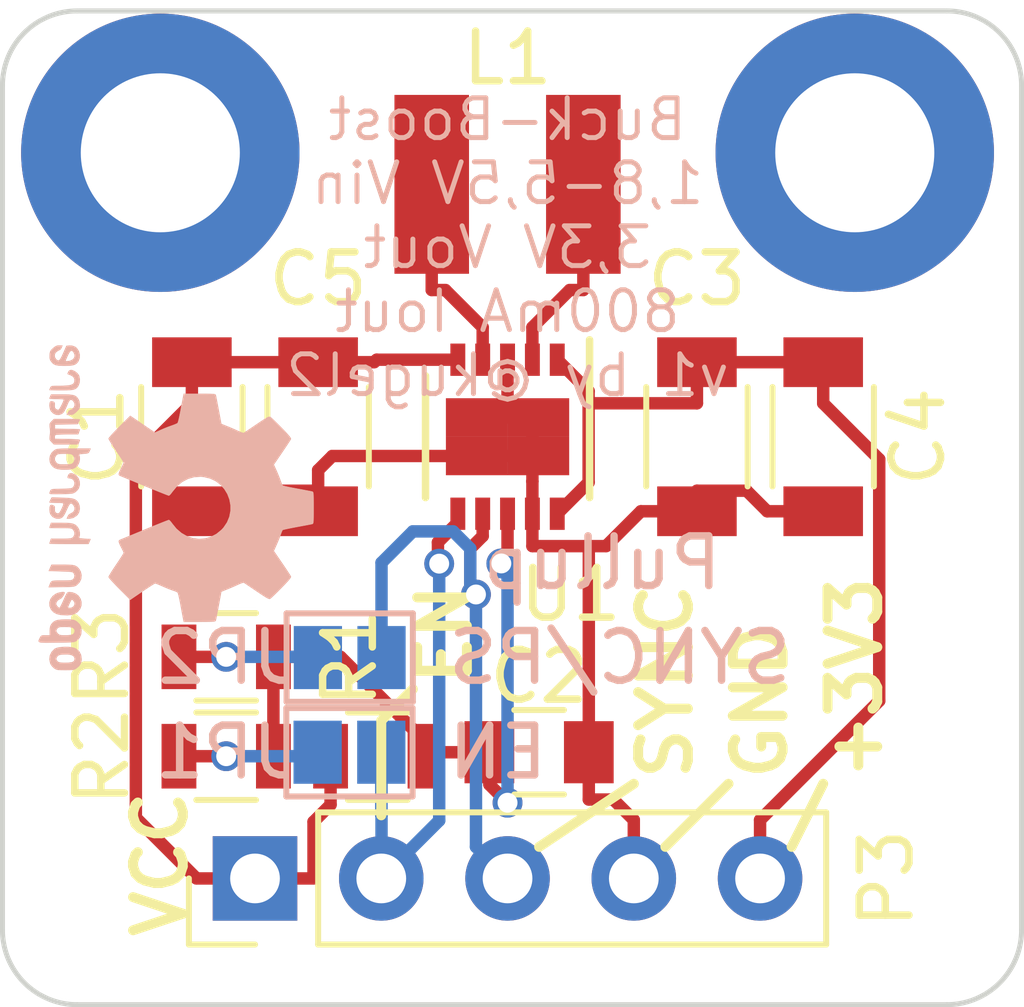
<source format=kicad_pcb>
(kicad_pcb (version 20171130) (host pcbnew "(5.1.12)-1")

  (general
    (thickness 1.6)
    (drawings 22)
    (tracks 119)
    (zones 0)
    (modules 16)
    (nets 13)
  )

  (page A4)
  (layers
    (0 F.Cu signal)
    (31 B.Cu signal)
    (32 B.Adhes user)
    (33 F.Adhes user hide)
    (34 B.Paste user)
    (35 F.Paste user)
    (36 B.SilkS user)
    (37 F.SilkS user)
    (38 B.Mask user)
    (39 F.Mask user)
    (40 Dwgs.User user)
    (41 Cmts.User user)
    (42 Eco1.User user)
    (43 Eco2.User user)
    (44 Edge.Cuts user)
    (45 Margin user)
    (46 B.CrtYd user)
    (47 F.CrtYd user)
    (48 B.Fab user hide)
    (49 F.Fab user hide)
  )

  (setup
    (last_trace_width 0.25)
    (trace_clearance 0.2)
    (zone_clearance 0.254)
    (zone_45_only yes)
    (trace_min 0.2)
    (via_size 0.6)
    (via_drill 0.4)
    (via_min_size 0.4)
    (via_min_drill 0.3)
    (uvia_size 0.3)
    (uvia_drill 0.1)
    (uvias_allowed no)
    (uvia_min_size 0.2)
    (uvia_min_drill 0.1)
    (edge_width 0.1)
    (segment_width 0.2)
    (pcb_text_width 0.3)
    (pcb_text_size 1.5 1.5)
    (mod_edge_width 0.15)
    (mod_text_size 1 1)
    (mod_text_width 0.15)
    (pad_size 1.5 1.5)
    (pad_drill 0.6)
    (pad_to_mask_clearance 0)
    (aux_axis_origin 116 99)
    (grid_origin 116 99)
    (visible_elements 7FFFFFFF)
    (pcbplotparams
      (layerselection 0x010f0_80000001)
      (usegerberextensions false)
      (usegerberattributes true)
      (usegerberadvancedattributes true)
      (creategerberjobfile true)
      (excludeedgelayer false)
      (linewidth 0.100000)
      (plotframeref false)
      (viasonmask true)
      (mode 1)
      (useauxorigin false)
      (hpglpennumber 1)
      (hpglpenspeed 20)
      (hpglpendiameter 15.000000)
      (psnegative false)
      (psa4output false)
      (plotreference true)
      (plotvalue true)
      (plotinvisibletext false)
      (padsonsilk false)
      (subtractmaskfromsilk false)
      (outputformat 1)
      (mirror false)
      (drillshape 0)
      (scaleselection 1)
      (outputdirectory "gerber/"))
  )

  (net 0 "")
  (net 1 VCC)
  (net 2 GND)
  (net 3 "Net-(C2-Pad1)")
  (net 4 +3V3)
  (net 5 /EN)
  (net 6 /PS/SYNC)
  (net 7 "Net-(L1-Pad1)")
  (net 8 "Net-(L1-Pad2)")
  (net 9 "Net-(P1-Pad1)")
  (net 10 "Net-(P2-Pad1)")
  (net 11 "Net-(JP1-Pad1)")
  (net 12 "Net-(JP2-Pad1)")

  (net_class Default "This is the default net class."
    (clearance 0.2)
    (trace_width 0.25)
    (via_dia 0.6)
    (via_drill 0.4)
    (uvia_dia 0.3)
    (uvia_drill 0.1)
    (add_net +3V3)
    (add_net /EN)
    (add_net /PS/SYNC)
    (add_net GND)
    (add_net "Net-(C2-Pad1)")
    (add_net "Net-(JP1-Pad1)")
    (add_net "Net-(JP2-Pad1)")
    (add_net "Net-(L1-Pad1)")
    (add_net "Net-(L1-Pad2)")
    (add_net "Net-(P1-Pad1)")
    (add_net "Net-(P2-Pad1)")
    (add_net VCC)
  )

  (module Capacitors_SMD:C_1206 (layer F.Cu) (tedit 58AA84B8) (tstamp 58DAB410)
    (at 119.81 87.57 270)
    (descr "Capacitor SMD 1206, reflow soldering, AVX (see smccp.pdf)")
    (tags "capacitor 1206")
    (path /58D9833A)
    (attr smd)
    (fp_text reference C1 (at 0 1.905 90) (layer F.SilkS)
      (effects (font (size 1 1) (thickness 0.15)))
    )
    (fp_text value 10µF (at 0 0 270) (layer F.Fab)
      (effects (font (size 1 1) (thickness 0.15)))
    )
    (fp_line (start 2.25 1.05) (end -2.25 1.05) (layer F.CrtYd) (width 0.05))
    (fp_line (start 2.25 1.05) (end 2.25 -1.05) (layer F.CrtYd) (width 0.05))
    (fp_line (start -2.25 -1.05) (end -2.25 1.05) (layer F.CrtYd) (width 0.05))
    (fp_line (start -2.25 -1.05) (end 2.25 -1.05) (layer F.CrtYd) (width 0.05))
    (fp_line (start -1 1.02) (end 1 1.02) (layer F.SilkS) (width 0.12))
    (fp_line (start 1 -1.02) (end -1 -1.02) (layer F.SilkS) (width 0.12))
    (fp_line (start -1.6 -0.8) (end 1.6 -0.8) (layer F.Fab) (width 0.1))
    (fp_line (start 1.6 -0.8) (end 1.6 0.8) (layer F.Fab) (width 0.1))
    (fp_line (start 1.6 0.8) (end -1.6 0.8) (layer F.Fab) (width 0.1))
    (fp_line (start -1.6 0.8) (end -1.6 -0.8) (layer F.Fab) (width 0.1))
    (fp_text user %R (at 0 -1.75 270) (layer F.Fab)
      (effects (font (size 1 1) (thickness 0.15)))
    )
    (pad 1 smd rect (at -1.5 0 270) (size 1 1.6) (layers F.Cu F.Paste F.Mask)
      (net 1 VCC))
    (pad 2 smd rect (at 1.5 0 270) (size 1 1.6) (layers F.Cu F.Paste F.Mask)
      (net 2 GND))
    (model Capacitors_SMD.3dshapes/C_1206.wrl
      (at (xyz 0 0 0))
      (scale (xyz 1 1 1))
      (rotate (xyz 0 0 0))
    )
  )

  (module Capacitors_SMD:C_0805 (layer F.Cu) (tedit 58AA8463) (tstamp 58DAB421)
    (at 126.795 93.92)
    (descr "Capacitor SMD 0805, reflow soldering, AVX (see smccp.pdf)")
    (tags "capacitor 0805")
    (path /58D9846E)
    (attr smd)
    (fp_text reference C2 (at 0 -1.524 180) (layer F.SilkS)
      (effects (font (size 1 1) (thickness 0.15)))
    )
    (fp_text value 100nF (at 0 1.75) (layer F.Fab)
      (effects (font (size 1 1) (thickness 0.15)))
    )
    (fp_line (start 1.75 0.87) (end -1.75 0.87) (layer F.CrtYd) (width 0.05))
    (fp_line (start 1.75 0.87) (end 1.75 -0.88) (layer F.CrtYd) (width 0.05))
    (fp_line (start -1.75 -0.88) (end -1.75 0.87) (layer F.CrtYd) (width 0.05))
    (fp_line (start -1.75 -0.88) (end 1.75 -0.88) (layer F.CrtYd) (width 0.05))
    (fp_line (start -0.5 0.85) (end 0.5 0.85) (layer F.SilkS) (width 0.12))
    (fp_line (start 0.5 -0.85) (end -0.5 -0.85) (layer F.SilkS) (width 0.12))
    (fp_line (start -1 -0.62) (end 1 -0.62) (layer F.Fab) (width 0.1))
    (fp_line (start 1 -0.62) (end 1 0.62) (layer F.Fab) (width 0.1))
    (fp_line (start 1 0.62) (end -1 0.62) (layer F.Fab) (width 0.1))
    (fp_line (start -1 0.62) (end -1 -0.62) (layer F.Fab) (width 0.1))
    (fp_text user %R (at 0 -1.5) (layer F.Fab)
      (effects (font (size 1 1) (thickness 0.15)))
    )
    (pad 1 smd rect (at -1 0) (size 1 1.25) (layers F.Cu F.Paste F.Mask)
      (net 3 "Net-(C2-Pad1)"))
    (pad 2 smd rect (at 1 0) (size 1 1.25) (layers F.Cu F.Paste F.Mask)
      (net 2 GND))
    (model Capacitors_SMD.3dshapes/C_0805.wrl
      (at (xyz 0 0 0))
      (scale (xyz 1 1 1))
      (rotate (xyz 0 0 0))
    )
  )

  (module Capacitors_SMD:C_1206 (layer F.Cu) (tedit 58AA84B8) (tstamp 58DAB432)
    (at 129.97 87.57 270)
    (descr "Capacitor SMD 1206, reflow soldering, AVX (see smccp.pdf)")
    (tags "capacitor 1206")
    (path /58D98371)
    (attr smd)
    (fp_text reference C3 (at -3.175 0) (layer F.SilkS)
      (effects (font (size 1 1) (thickness 0.15)))
    )
    (fp_text value 10µF (at 0 2 270) (layer F.Fab)
      (effects (font (size 1 1) (thickness 0.15)))
    )
    (fp_line (start 2.25 1.05) (end -2.25 1.05) (layer F.CrtYd) (width 0.05))
    (fp_line (start 2.25 1.05) (end 2.25 -1.05) (layer F.CrtYd) (width 0.05))
    (fp_line (start -2.25 -1.05) (end -2.25 1.05) (layer F.CrtYd) (width 0.05))
    (fp_line (start -2.25 -1.05) (end 2.25 -1.05) (layer F.CrtYd) (width 0.05))
    (fp_line (start -1 1.02) (end 1 1.02) (layer F.SilkS) (width 0.12))
    (fp_line (start 1 -1.02) (end -1 -1.02) (layer F.SilkS) (width 0.12))
    (fp_line (start -1.6 -0.8) (end 1.6 -0.8) (layer F.Fab) (width 0.1))
    (fp_line (start 1.6 -0.8) (end 1.6 0.8) (layer F.Fab) (width 0.1))
    (fp_line (start 1.6 0.8) (end -1.6 0.8) (layer F.Fab) (width 0.1))
    (fp_line (start -1.6 0.8) (end -1.6 -0.8) (layer F.Fab) (width 0.1))
    (fp_text user %R (at 0 -1.75 270) (layer F.Fab)
      (effects (font (size 1 1) (thickness 0.15)))
    )
    (pad 1 smd rect (at -1.5 0 270) (size 1 1.6) (layers F.Cu F.Paste F.Mask)
      (net 4 +3V3))
    (pad 2 smd rect (at 1.5 0 270) (size 1 1.6) (layers F.Cu F.Paste F.Mask)
      (net 2 GND))
    (model Capacitors_SMD.3dshapes/C_1206.wrl
      (at (xyz 0 0 0))
      (scale (xyz 1 1 1))
      (rotate (xyz 0 0 0))
    )
  )

  (module Capacitors_SMD:C_1206 (layer F.Cu) (tedit 58AA84B8) (tstamp 58DAB443)
    (at 132.51 87.57 270)
    (descr "Capacitor SMD 1206, reflow soldering, AVX (see smccp.pdf)")
    (tags "capacitor 1206")
    (path /58D9839C)
    (attr smd)
    (fp_text reference C4 (at 0 -1.905 90) (layer F.SilkS)
      (effects (font (size 1 1) (thickness 0.15)))
    )
    (fp_text value 10µF (at 0 2 270) (layer F.Fab)
      (effects (font (size 1 1) (thickness 0.15)))
    )
    (fp_line (start 2.25 1.05) (end -2.25 1.05) (layer F.CrtYd) (width 0.05))
    (fp_line (start 2.25 1.05) (end 2.25 -1.05) (layer F.CrtYd) (width 0.05))
    (fp_line (start -2.25 -1.05) (end -2.25 1.05) (layer F.CrtYd) (width 0.05))
    (fp_line (start -2.25 -1.05) (end 2.25 -1.05) (layer F.CrtYd) (width 0.05))
    (fp_line (start -1 1.02) (end 1 1.02) (layer F.SilkS) (width 0.12))
    (fp_line (start 1 -1.02) (end -1 -1.02) (layer F.SilkS) (width 0.12))
    (fp_line (start -1.6 -0.8) (end 1.6 -0.8) (layer F.Fab) (width 0.1))
    (fp_line (start 1.6 -0.8) (end 1.6 0.8) (layer F.Fab) (width 0.1))
    (fp_line (start 1.6 0.8) (end -1.6 0.8) (layer F.Fab) (width 0.1))
    (fp_line (start -1.6 0.8) (end -1.6 -0.8) (layer F.Fab) (width 0.1))
    (fp_text user %R (at 0 -1.75 270) (layer F.Fab)
      (effects (font (size 1 1) (thickness 0.15)))
    )
    (pad 1 smd rect (at -1.5 0 270) (size 1 1.6) (layers F.Cu F.Paste F.Mask)
      (net 4 +3V3))
    (pad 2 smd rect (at 1.5 0 270) (size 1 1.6) (layers F.Cu F.Paste F.Mask)
      (net 2 GND))
    (model Capacitors_SMD.3dshapes/C_1206.wrl
      (at (xyz 0 0 0))
      (scale (xyz 1 1 1))
      (rotate (xyz 0 0 0))
    )
  )

  (module Capacitors_SMD:C_1206 (layer F.Cu) (tedit 58AA84B8) (tstamp 58DAB454)
    (at 122.35 87.57 270)
    (descr "Capacitor SMD 1206, reflow soldering, AVX (see smccp.pdf)")
    (tags "capacitor 1206")
    (path /58DAB2CE)
    (attr smd)
    (fp_text reference C5 (at -3.175 0) (layer F.SilkS)
      (effects (font (size 1 1) (thickness 0.15)))
    )
    (fp_text value 10µF (at 0 2 270) (layer F.Fab)
      (effects (font (size 1 1) (thickness 0.15)))
    )
    (fp_line (start 2.25 1.05) (end -2.25 1.05) (layer F.CrtYd) (width 0.05))
    (fp_line (start 2.25 1.05) (end 2.25 -1.05) (layer F.CrtYd) (width 0.05))
    (fp_line (start -2.25 -1.05) (end -2.25 1.05) (layer F.CrtYd) (width 0.05))
    (fp_line (start -2.25 -1.05) (end 2.25 -1.05) (layer F.CrtYd) (width 0.05))
    (fp_line (start -1 1.02) (end 1 1.02) (layer F.SilkS) (width 0.12))
    (fp_line (start 1 -1.02) (end -1 -1.02) (layer F.SilkS) (width 0.12))
    (fp_line (start -1.6 -0.8) (end 1.6 -0.8) (layer F.Fab) (width 0.1))
    (fp_line (start 1.6 -0.8) (end 1.6 0.8) (layer F.Fab) (width 0.1))
    (fp_line (start 1.6 0.8) (end -1.6 0.8) (layer F.Fab) (width 0.1))
    (fp_line (start -1.6 0.8) (end -1.6 -0.8) (layer F.Fab) (width 0.1))
    (fp_text user %R (at 0 -1.75 270) (layer F.Fab)
      (effects (font (size 1 1) (thickness 0.15)))
    )
    (pad 1 smd rect (at -1.5 0 270) (size 1 1.6) (layers F.Cu F.Paste F.Mask)
      (net 1 VCC))
    (pad 2 smd rect (at 1.5 0 270) (size 1 1.6) (layers F.Cu F.Paste F.Mask)
      (net 2 GND))
    (model Capacitors_SMD.3dshapes/C_1206.wrl
      (at (xyz 0 0 0))
      (scale (xyz 1 1 1))
      (rotate (xyz 0 0 0))
    )
  )

  (module Mounting_Holes:MountingHole_3.2mm_M3_DIN965_Pad (layer F.Cu) (tedit 58E95FCD) (tstamp 58DAB487)
    (at 133.145 81.855)
    (descr "Mounting Hole 3.2mm, M3, DIN965")
    (tags "mounting hole 3.2mm m3 din965")
    (path /58D9A7F7)
    (fp_text reference P1 (at 0 -3.8) (layer F.SilkS) hide
      (effects (font (size 1 1) (thickness 0.15)))
    )
    (fp_text value CONN_01X01 (at 0 3.8) (layer F.Fab)
      (effects (font (size 1 1) (thickness 0.15)))
    )
    (fp_circle (center 0 0) (end 3.05 0) (layer F.CrtYd) (width 0.05))
    (fp_circle (center 0 0) (end 2.8 0) (layer Cmts.User) (width 0.15))
    (pad 1 thru_hole circle (at 0 0) (size 5.6 5.6) (drill 3.2) (layers *.Cu *.Mask)
      (net 9 "Net-(P1-Pad1)"))
  )

  (module Mounting_Holes:MountingHole_3.2mm_M3_DIN965_Pad (layer F.Cu) (tedit 58E95FCA) (tstamp 58DAB48E)
    (at 119.175 81.855)
    (descr "Mounting Hole 3.2mm, M3, DIN965")
    (tags "mounting hole 3.2mm m3 din965")
    (path /58D9A846)
    (fp_text reference P2 (at 0 -3.8) (layer F.SilkS) hide
      (effects (font (size 1 1) (thickness 0.15)))
    )
    (fp_text value CONN_01X01 (at 0 3.8) (layer F.Fab)
      (effects (font (size 1 1) (thickness 0.15)))
    )
    (fp_circle (center 0 0) (end 3.05 0) (layer F.CrtYd) (width 0.05))
    (fp_circle (center 0 0) (end 2.8 0) (layer Cmts.User) (width 0.15))
    (pad 1 thru_hole circle (at 0 0) (size 5.6 5.6) (drill 3.2) (layers *.Cu *.Mask)
      (net 10 "Net-(P2-Pad1)"))
  )

  (module Pin_Headers:Pin_Header_Straight_1x05_Pitch2.54mm (layer F.Cu) (tedit 58CD4EC1) (tstamp 58DAB4A6)
    (at 121.08 96.46 90)
    (descr "Through hole straight pin header, 1x05, 2.54mm pitch, single row")
    (tags "Through hole pin header THT 1x05 2.54mm single row")
    (path /58D9A44F)
    (fp_text reference P3 (at 0 12.7 270) (layer F.SilkS)
      (effects (font (size 1 1) (thickness 0.15)))
    )
    (fp_text value CONN_01X05 (at 0 12.49 90) (layer F.Fab)
      (effects (font (size 1 1) (thickness 0.15)))
    )
    (fp_line (start 1.8 -1.8) (end -1.8 -1.8) (layer F.CrtYd) (width 0.05))
    (fp_line (start 1.8 11.95) (end 1.8 -1.8) (layer F.CrtYd) (width 0.05))
    (fp_line (start -1.8 11.95) (end 1.8 11.95) (layer F.CrtYd) (width 0.05))
    (fp_line (start -1.8 -1.8) (end -1.8 11.95) (layer F.CrtYd) (width 0.05))
    (fp_line (start -1.33 -1.33) (end 0 -1.33) (layer F.SilkS) (width 0.12))
    (fp_line (start -1.33 0) (end -1.33 -1.33) (layer F.SilkS) (width 0.12))
    (fp_line (start 1.33 1.27) (end -1.33 1.27) (layer F.SilkS) (width 0.12))
    (fp_line (start 1.33 11.49) (end 1.33 1.27) (layer F.SilkS) (width 0.12))
    (fp_line (start -1.33 11.49) (end 1.33 11.49) (layer F.SilkS) (width 0.12))
    (fp_line (start -1.33 1.27) (end -1.33 11.49) (layer F.SilkS) (width 0.12))
    (fp_line (start 1.27 -1.27) (end -1.27 -1.27) (layer F.Fab) (width 0.1))
    (fp_line (start 1.27 11.43) (end 1.27 -1.27) (layer F.Fab) (width 0.1))
    (fp_line (start -1.27 11.43) (end 1.27 11.43) (layer F.Fab) (width 0.1))
    (fp_line (start -1.27 -1.27) (end -1.27 11.43) (layer F.Fab) (width 0.1))
    (fp_text user %R (at 0 -2.33 90) (layer F.Fab)
      (effects (font (size 1 1) (thickness 0.15)))
    )
    (pad 1 thru_hole rect (at 0 0 90) (size 1.7 1.7) (drill 1) (layers *.Cu *.Mask)
      (net 1 VCC))
    (pad 2 thru_hole oval (at 0 2.54 90) (size 1.7 1.7) (drill 1) (layers *.Cu *.Mask)
      (net 5 /EN))
    (pad 3 thru_hole oval (at 0 5.08 90) (size 1.7 1.7) (drill 1) (layers *.Cu *.Mask)
      (net 6 /PS/SYNC))
    (pad 4 thru_hole oval (at 0 7.62 90) (size 1.7 1.7) (drill 1) (layers *.Cu *.Mask)
      (net 2 GND))
    (pad 5 thru_hole oval (at 0 10.16 90) (size 1.7 1.7) (drill 1) (layers *.Cu *.Mask)
      (net 4 +3V3))
    (model ${KISYS3DMOD}/Pin_Headers.3dshapes/Pin_Header_Straight_1x05_Pitch2.54mm.wrl
      (offset (xyz 0 -5.079999923706055 0))
      (scale (xyz 1 1 1))
      (rotate (xyz 0 0 90))
    )
  )

  (module Resistors_SMD:R_0805 (layer F.Cu) (tedit 58AADA8F) (tstamp 58DAB4B7)
    (at 123.55 94)
    (descr "Resistor SMD 0805, reflow soldering, Vishay (see dcrcw.pdf)")
    (tags "resistor 0805")
    (path /58D984A1)
    (attr smd)
    (fp_text reference R1 (at -0.565 -1.985 90) (layer F.SilkS)
      (effects (font (size 1 1) (thickness 0.15)))
    )
    (fp_text value 100R (at 0 1.75 180) (layer F.Fab)
      (effects (font (size 1 1) (thickness 0.15)))
    )
    (fp_line (start 1.55 0.9) (end -1.55 0.9) (layer F.CrtYd) (width 0.05))
    (fp_line (start 1.55 0.9) (end 1.55 -0.9) (layer F.CrtYd) (width 0.05))
    (fp_line (start -1.55 -0.9) (end -1.55 0.9) (layer F.CrtYd) (width 0.05))
    (fp_line (start -1.55 -0.9) (end 1.55 -0.9) (layer F.CrtYd) (width 0.05))
    (fp_line (start -0.6 -0.88) (end 0.6 -0.88) (layer F.SilkS) (width 0.12))
    (fp_line (start 0.6 0.88) (end -0.6 0.88) (layer F.SilkS) (width 0.12))
    (fp_line (start -1 -0.62) (end 1 -0.62) (layer F.Fab) (width 0.1))
    (fp_line (start 1 -0.62) (end 1 0.62) (layer F.Fab) (width 0.1))
    (fp_line (start 1 0.62) (end -1 0.62) (layer F.Fab) (width 0.1))
    (fp_line (start -1 0.62) (end -1 -0.62) (layer F.Fab) (width 0.1))
    (fp_text user %R (at 0 -1.65) (layer F.Fab)
      (effects (font (size 1 1) (thickness 0.15)))
    )
    (pad 1 smd rect (at -0.95 0) (size 0.7 1.3) (layers F.Cu F.Paste F.Mask)
      (net 1 VCC))
    (pad 2 smd rect (at 0.95 0) (size 0.7 1.3) (layers F.Cu F.Paste F.Mask)
      (net 3 "Net-(C2-Pad1)"))
    (model Resistors_SMD.3dshapes/R_0805.wrl
      (at (xyz 0 0 0))
      (scale (xyz 1 1 1))
      (rotate (xyz 0 0 0))
    )
  )

  (module Resistors_SMD:R_0805 (layer F.Cu) (tedit 58AADA8F) (tstamp 58DAB4C8)
    (at 120.5 94 180)
    (descr "Resistor SMD 0805, reflow soldering, Vishay (see dcrcw.pdf)")
    (tags "resistor 0805")
    (path /58DA41F9)
    (attr smd)
    (fp_text reference R2 (at 2.5 0 270) (layer F.SilkS)
      (effects (font (size 1 1) (thickness 0.15)))
    )
    (fp_text value 4K7 (at 0 1.75 180) (layer F.Fab)
      (effects (font (size 1 1) (thickness 0.15)))
    )
    (fp_line (start 1.55 0.9) (end -1.55 0.9) (layer F.CrtYd) (width 0.05))
    (fp_line (start 1.55 0.9) (end 1.55 -0.9) (layer F.CrtYd) (width 0.05))
    (fp_line (start -1.55 -0.9) (end -1.55 0.9) (layer F.CrtYd) (width 0.05))
    (fp_line (start -1.55 -0.9) (end 1.55 -0.9) (layer F.CrtYd) (width 0.05))
    (fp_line (start -0.6 -0.88) (end 0.6 -0.88) (layer F.SilkS) (width 0.12))
    (fp_line (start 0.6 0.88) (end -0.6 0.88) (layer F.SilkS) (width 0.12))
    (fp_line (start -1 -0.62) (end 1 -0.62) (layer F.Fab) (width 0.1))
    (fp_line (start 1 -0.62) (end 1 0.62) (layer F.Fab) (width 0.1))
    (fp_line (start 1 0.62) (end -1 0.62) (layer F.Fab) (width 0.1))
    (fp_line (start -1 0.62) (end -1 -0.62) (layer F.Fab) (width 0.1))
    (fp_text user %R (at 0 -1.65 180) (layer F.Fab)
      (effects (font (size 1 1) (thickness 0.15)))
    )
    (pad 1 smd rect (at -0.95 0 180) (size 0.7 1.3) (layers F.Cu F.Paste F.Mask)
      (net 3 "Net-(C2-Pad1)"))
    (pad 2 smd rect (at 0.95 0 180) (size 0.7 1.3) (layers F.Cu F.Paste F.Mask)
      (net 11 "Net-(JP1-Pad1)"))
    (model Resistors_SMD.3dshapes/R_0805.wrl
      (at (xyz 0 0 0))
      (scale (xyz 1 1 1))
      (rotate (xyz 0 0 0))
    )
  )

  (module Resistors_SMD:R_0805 (layer F.Cu) (tedit 58AADA8F) (tstamp 58DAB4D9)
    (at 120.5 92 180)
    (descr "Resistor SMD 0805, reflow soldering, Vishay (see dcrcw.pdf)")
    (tags "resistor 0805")
    (path /58DA4394)
    (attr smd)
    (fp_text reference R3 (at 2.5 0 270) (layer F.SilkS)
      (effects (font (size 1 1) (thickness 0.15)))
    )
    (fp_text value 4K7 (at 0 1.75 180) (layer F.Fab)
      (effects (font (size 1 1) (thickness 0.15)))
    )
    (fp_line (start 1.55 0.9) (end -1.55 0.9) (layer F.CrtYd) (width 0.05))
    (fp_line (start 1.55 0.9) (end 1.55 -0.9) (layer F.CrtYd) (width 0.05))
    (fp_line (start -1.55 -0.9) (end -1.55 0.9) (layer F.CrtYd) (width 0.05))
    (fp_line (start -1.55 -0.9) (end 1.55 -0.9) (layer F.CrtYd) (width 0.05))
    (fp_line (start -0.6 -0.88) (end 0.6 -0.88) (layer F.SilkS) (width 0.12))
    (fp_line (start 0.6 0.88) (end -0.6 0.88) (layer F.SilkS) (width 0.12))
    (fp_line (start -1 -0.62) (end 1 -0.62) (layer F.Fab) (width 0.1))
    (fp_line (start 1 -0.62) (end 1 0.62) (layer F.Fab) (width 0.1))
    (fp_line (start 1 0.62) (end -1 0.62) (layer F.Fab) (width 0.1))
    (fp_line (start -1 0.62) (end -1 -0.62) (layer F.Fab) (width 0.1))
    (fp_text user %R (at 0 -1.65 180) (layer F.Fab)
      (effects (font (size 1 1) (thickness 0.15)))
    )
    (pad 1 smd rect (at -0.95 0 180) (size 0.7 1.3) (layers F.Cu F.Paste F.Mask)
      (net 3 "Net-(C2-Pad1)"))
    (pad 2 smd rect (at 0.95 0 180) (size 0.7 1.3) (layers F.Cu F.Paste F.Mask)
      (net 12 "Net-(JP2-Pad1)"))
    (model Resistors_SMD.3dshapes/R_0805.wrl
      (at (xyz 0 0 0))
      (scale (xyz 1 1 1))
      (rotate (xyz 0 0 0))
    )
  )

  (module Housings_DFN_QFN:DFN-10-1EP_3x3mm_Pitch0.5mm (layer F.Cu) (tedit 54130A77) (tstamp 58DAB4F6)
    (at 126.16 87.57 270)
    (descr "10-Lead Plastic Dual Flat, No Lead Package (MF) - 3x3x0.9 mm Body [DFN] (see Microchip Packaging Specification 00000049BS.pdf)")
    (tags "DFN 0.5")
    (path /58D9827C)
    (attr smd)
    (fp_text reference U1 (at 3.175 -1.27) (layer F.SilkS)
      (effects (font (size 1 1) (thickness 0.15)))
    )
    (fp_text value TPS63001 (at 0 2.575 270) (layer F.Fab)
      (effects (font (size 1 1) (thickness 0.15)))
    )
    (fp_line (start -1.95 -1.65) (end 1.225 -1.65) (layer F.SilkS) (width 0.15))
    (fp_line (start -1.225 1.65) (end 1.225 1.65) (layer F.SilkS) (width 0.15))
    (fp_line (start -2.15 1.85) (end 2.15 1.85) (layer F.CrtYd) (width 0.05))
    (fp_line (start -2.15 -1.85) (end 2.15 -1.85) (layer F.CrtYd) (width 0.05))
    (fp_line (start 2.15 -1.85) (end 2.15 1.85) (layer F.CrtYd) (width 0.05))
    (fp_line (start -2.15 -1.85) (end -2.15 1.85) (layer F.CrtYd) (width 0.05))
    (fp_line (start -1.5 -0.5) (end -0.5 -1.5) (layer F.Fab) (width 0.15))
    (fp_line (start -1.5 1.5) (end -1.5 -0.5) (layer F.Fab) (width 0.15))
    (fp_line (start 1.5 1.5) (end -1.5 1.5) (layer F.Fab) (width 0.15))
    (fp_line (start 1.5 -1.5) (end 1.5 1.5) (layer F.Fab) (width 0.15))
    (fp_line (start -0.5 -1.5) (end 1.5 -1.5) (layer F.Fab) (width 0.15))
    (pad 1 smd rect (at -1.55 -1 270) (size 0.65 0.3) (layers F.Cu F.Paste F.Mask)
      (net 4 +3V3))
    (pad 2 smd rect (at -1.55 -0.5 270) (size 0.65 0.3) (layers F.Cu F.Paste F.Mask)
      (net 7 "Net-(L1-Pad1)"))
    (pad 3 smd rect (at -1.55 0 270) (size 0.65 0.3) (layers F.Cu F.Paste F.Mask)
      (net 2 GND))
    (pad 4 smd rect (at -1.55 0.5 270) (size 0.65 0.3) (layers F.Cu F.Paste F.Mask)
      (net 8 "Net-(L1-Pad2)"))
    (pad 5 smd rect (at -1.55 1 270) (size 0.65 0.3) (layers F.Cu F.Paste F.Mask)
      (net 1 VCC))
    (pad 6 smd rect (at 1.55 1 270) (size 0.65 0.3) (layers F.Cu F.Paste F.Mask)
      (net 5 /EN))
    (pad 7 smd rect (at 1.55 0.5 270) (size 0.65 0.3) (layers F.Cu F.Paste F.Mask)
      (net 6 /PS/SYNC))
    (pad 8 smd rect (at 1.55 0 270) (size 0.65 0.3) (layers F.Cu F.Paste F.Mask)
      (net 3 "Net-(C2-Pad1)"))
    (pad 9 smd rect (at 1.55 -0.5 270) (size 0.65 0.3) (layers F.Cu F.Paste F.Mask)
      (net 2 GND))
    (pad 10 smd rect (at 1.55 -1 270) (size 0.65 0.3) (layers F.Cu F.Paste F.Mask)
      (net 4 +3V3))
    (pad 11 smd rect (at 0.3875 0.62 270) (size 0.775 1.24) (layers F.Cu F.Paste F.Mask)
      (net 2 GND) (solder_paste_margin_ratio -0.2))
    (pad 11 smd rect (at 0.3875 -0.62 270) (size 0.775 1.24) (layers F.Cu F.Paste F.Mask)
      (net 2 GND) (solder_paste_margin_ratio -0.2))
    (pad 11 smd rect (at -0.3875 0.62 270) (size 0.775 1.24) (layers F.Cu F.Paste F.Mask)
      (net 2 GND) (solder_paste_margin_ratio -0.2))
    (pad 11 smd rect (at -0.3875 -0.62 270) (size 0.775 1.24) (layers F.Cu F.Paste F.Mask)
      (net 2 GND) (solder_paste_margin_ratio -0.2))
    (model Housings_DFN_QFN.3dshapes/DFN-10-1EP_3x3mm_Pitch0.5mm.wrl
      (at (xyz 0 0 0))
      (scale (xyz 1 1 1))
      (rotate (xyz 0 0 0))
    )
  )

  (module Connect:GS2 (layer B.Cu) (tedit 586134A1) (tstamp 58DAC2CC)
    (at 122.98 93.92 270)
    (descr "2-pin solder bridge")
    (tags "solder bridge")
    (path /58DA4191)
    (attr smd)
    (fp_text reference JP1 (at 0 2.535 180) (layer B.SilkS)
      (effects (font (size 1 1) (thickness 0.15)) (justify mirror))
    )
    (fp_text value GS2 (at -1.8 0 180) (layer B.Fab)
      (effects (font (size 1 1) (thickness 0.15)) (justify mirror))
    )
    (fp_line (start -0.89 1.27) (end 0.89 1.27) (layer B.SilkS) (width 0.12))
    (fp_line (start 0.89 -1.27) (end -0.89 -1.27) (layer B.SilkS) (width 0.12))
    (fp_line (start 0.89 -1.27) (end 0.89 1.27) (layer B.SilkS) (width 0.12))
    (fp_line (start -0.89 1.27) (end -0.89 -1.27) (layer B.SilkS) (width 0.12))
    (fp_line (start -1.1 1.45) (end 1.1 1.45) (layer B.CrtYd) (width 0.05))
    (fp_line (start -1.1 -1.5) (end -1.1 1.45) (layer B.CrtYd) (width 0.05))
    (fp_line (start 1.1 -1.5) (end -1.1 -1.5) (layer B.CrtYd) (width 0.05))
    (fp_line (start 1.1 1.45) (end 1.1 -1.5) (layer B.CrtYd) (width 0.05))
    (pad 1 smd rect (at 0 0.64 270) (size 1.27 0.97) (layers B.Cu B.Paste B.Mask)
      (net 11 "Net-(JP1-Pad1)"))
    (pad 2 smd rect (at 0 -0.64 270) (size 1.27 0.97) (layers B.Cu B.Paste B.Mask)
      (net 5 /EN))
  )

  (module Connect:GS2 (layer B.Cu) (tedit 586134A1) (tstamp 58DAC2DA)
    (at 122.985 92.015 270)
    (descr "2-pin solder bridge")
    (tags "solder bridge")
    (path /58DA43FB)
    (attr smd)
    (fp_text reference JP2 (at 0 2.54) (layer B.SilkS)
      (effects (font (size 1 1) (thickness 0.15)) (justify mirror))
    )
    (fp_text value GS2 (at -1.8 0 180) (layer B.Fab)
      (effects (font (size 1 1) (thickness 0.15)) (justify mirror))
    )
    (fp_line (start -0.89 1.27) (end 0.89 1.27) (layer B.SilkS) (width 0.12))
    (fp_line (start 0.89 -1.27) (end -0.89 -1.27) (layer B.SilkS) (width 0.12))
    (fp_line (start 0.89 -1.27) (end 0.89 1.27) (layer B.SilkS) (width 0.12))
    (fp_line (start -0.89 1.27) (end -0.89 -1.27) (layer B.SilkS) (width 0.12))
    (fp_line (start -1.1 1.45) (end 1.1 1.45) (layer B.CrtYd) (width 0.05))
    (fp_line (start -1.1 -1.5) (end -1.1 1.45) (layer B.CrtYd) (width 0.05))
    (fp_line (start 1.1 -1.5) (end -1.1 -1.5) (layer B.CrtYd) (width 0.05))
    (fp_line (start 1.1 1.45) (end 1.1 -1.5) (layer B.CrtYd) (width 0.05))
    (pad 1 smd rect (at 0 0.64 270) (size 1.27 0.97) (layers B.Cu B.Paste B.Mask)
      (net 12 "Net-(JP2-Pad1)"))
    (pad 2 smd rect (at 0 -0.64 270) (size 1.27 0.97) (layers B.Cu B.Paste B.Mask)
      (net 6 /PS/SYNC))
  )

  (module inductors:SRN4026 (layer F.Cu) (tedit 57AB315B) (tstamp 58DADD33)
    (at 126.16 82.49 180)
    (descr Inductor)
    (tags inductor,srn4026)
    (path /58D982C0)
    (fp_text reference L1 (at 0 2.54 180) (layer F.SilkS)
      (effects (font (size 1 1) (thickness 0.15)))
    )
    (fp_text value 4.7µH (at 0 -2.54 180) (layer F.Fab)
      (effects (font (size 1 1) (thickness 0.15)))
    )
    (pad 1 smd rect (at -1.525 0 270) (size 3.6 1.5) (layers F.Cu F.Paste F.Mask)
      (net 7 "Net-(L1-Pad1)"))
    (pad 2 smd rect (at 1.525 0 270) (size 3.6 1.5) (layers F.Cu F.Paste F.Mask)
      (net 8 "Net-(L1-Pad2)"))
    (model "/Users/florian/Documents/kicad libraries/3d/srn4026.wrl"
      (offset (xyz 1.993899970054626 1.993899970054626 2.158999967575074))
      (scale (xyz 0.3937 0.3937 0.3937))
      (rotate (xyz 90 0 0))
    )
  )

  (module Symbols:OSHW-Logo2_7.3x6mm_SilkScreen (layer B.Cu) (tedit 0) (tstamp 58EA4427)
    (at 119.5 89 90)
    (descr "Open Source Hardware Symbol")
    (tags "Logo Symbol OSHW")
    (attr virtual)
    (fp_text reference REF*** (at 0 0 90) (layer B.SilkS) hide
      (effects (font (size 1 1) (thickness 0.15)) (justify mirror))
    )
    (fp_text value OSHW-Logo2_7.3x6mm_SilkScreen (at 0.75 0 90) (layer B.Fab) hide
      (effects (font (size 1 1) (thickness 0.15)) (justify mirror))
    )
    (fp_poly (pts (xy 0.10391 2.757652) (xy 0.182454 2.757222) (xy 0.239298 2.756058) (xy 0.278105 2.753793)
      (xy 0.302538 2.75006) (xy 0.316262 2.744494) (xy 0.32294 2.736727) (xy 0.326236 2.726395)
      (xy 0.326556 2.725057) (xy 0.331562 2.700921) (xy 0.340829 2.653299) (xy 0.353392 2.587259)
      (xy 0.368287 2.507872) (xy 0.384551 2.420204) (xy 0.385119 2.417125) (xy 0.40141 2.331211)
      (xy 0.416652 2.255304) (xy 0.429861 2.193955) (xy 0.440054 2.151718) (xy 0.446248 2.133145)
      (xy 0.446543 2.132816) (xy 0.464788 2.123747) (xy 0.502405 2.108633) (xy 0.551271 2.090738)
      (xy 0.551543 2.090642) (xy 0.613093 2.067507) (xy 0.685657 2.038035) (xy 0.754057 2.008403)
      (xy 0.757294 2.006938) (xy 0.868702 1.956374) (xy 1.115399 2.12484) (xy 1.191077 2.176197)
      (xy 1.259631 2.222111) (xy 1.317088 2.25997) (xy 1.359476 2.287163) (xy 1.382825 2.301079)
      (xy 1.385042 2.302111) (xy 1.40201 2.297516) (xy 1.433701 2.275345) (xy 1.481352 2.234553)
      (xy 1.546198 2.174095) (xy 1.612397 2.109773) (xy 1.676214 2.046388) (xy 1.733329 1.988549)
      (xy 1.780305 1.939825) (xy 1.813703 1.90379) (xy 1.830085 1.884016) (xy 1.830694 1.882998)
      (xy 1.832505 1.869428) (xy 1.825683 1.847267) (xy 1.80854 1.813522) (xy 1.779393 1.7652)
      (xy 1.736555 1.699308) (xy 1.679448 1.614483) (xy 1.628766 1.539823) (xy 1.583461 1.47286)
      (xy 1.54615 1.417484) (xy 1.519452 1.37758) (xy 1.505985 1.357038) (xy 1.505137 1.355644)
      (xy 1.506781 1.335962) (xy 1.519245 1.297707) (xy 1.540048 1.248111) (xy 1.547462 1.232272)
      (xy 1.579814 1.16171) (xy 1.614328 1.081647) (xy 1.642365 1.012371) (xy 1.662568 0.960955)
      (xy 1.678615 0.921881) (xy 1.687888 0.901459) (xy 1.689041 0.899886) (xy 1.706096 0.897279)
      (xy 1.746298 0.890137) (xy 1.804302 0.879477) (xy 1.874763 0.866315) (xy 1.952335 0.851667)
      (xy 2.031672 0.836551) (xy 2.107431 0.821982) (xy 2.174264 0.808978) (xy 2.226828 0.798555)
      (xy 2.259776 0.79173) (xy 2.267857 0.789801) (xy 2.276205 0.785038) (xy 2.282506 0.774282)
      (xy 2.287045 0.753902) (xy 2.290104 0.720266) (xy 2.291967 0.669745) (xy 2.292918 0.598708)
      (xy 2.29324 0.503524) (xy 2.293257 0.464508) (xy 2.293257 0.147201) (xy 2.217057 0.132161)
      (xy 2.174663 0.124005) (xy 2.1114 0.112101) (xy 2.034962 0.097884) (xy 1.953043 0.08279)
      (xy 1.9304 0.078645) (xy 1.854806 0.063947) (xy 1.788953 0.049495) (xy 1.738366 0.036625)
      (xy 1.708574 0.026678) (xy 1.703612 0.023713) (xy 1.691426 0.002717) (xy 1.673953 -0.037967)
      (xy 1.654577 -0.090322) (xy 1.650734 -0.1016) (xy 1.625339 -0.171523) (xy 1.593817 -0.250418)
      (xy 1.562969 -0.321266) (xy 1.562817 -0.321595) (xy 1.511447 -0.432733) (xy 1.680399 -0.681253)
      (xy 1.849352 -0.929772) (xy 1.632429 -1.147058) (xy 1.566819 -1.211726) (xy 1.506979 -1.268733)
      (xy 1.456267 -1.315033) (xy 1.418046 -1.347584) (xy 1.395675 -1.363343) (xy 1.392466 -1.364343)
      (xy 1.373626 -1.356469) (xy 1.33518 -1.334578) (xy 1.28133 -1.301267) (xy 1.216276 -1.259131)
      (xy 1.14594 -1.211943) (xy 1.074555 -1.16381) (xy 1.010908 -1.121928) (xy 0.959041 -1.088871)
      (xy 0.922995 -1.067218) (xy 0.906867 -1.059543) (xy 0.887189 -1.066037) (xy 0.849875 -1.08315)
      (xy 0.802621 -1.107326) (xy 0.797612 -1.110013) (xy 0.733977 -1.141927) (xy 0.690341 -1.157579)
      (xy 0.663202 -1.157745) (xy 0.649057 -1.143204) (xy 0.648975 -1.143) (xy 0.641905 -1.125779)
      (xy 0.625042 -1.084899) (xy 0.599695 -1.023525) (xy 0.567171 -0.944819) (xy 0.528778 -0.851947)
      (xy 0.485822 -0.748072) (xy 0.444222 -0.647502) (xy 0.398504 -0.536516) (xy 0.356526 -0.433703)
      (xy 0.319548 -0.342215) (xy 0.288827 -0.265201) (xy 0.265622 -0.205815) (xy 0.25119 -0.167209)
      (xy 0.246743 -0.1528) (xy 0.257896 -0.136272) (xy 0.287069 -0.10993) (xy 0.325971 -0.080887)
      (xy 0.436757 0.010961) (xy 0.523351 0.116241) (xy 0.584716 0.232734) (xy 0.619815 0.358224)
      (xy 0.627608 0.490493) (xy 0.621943 0.551543) (xy 0.591078 0.678205) (xy 0.53792 0.790059)
      (xy 0.465767 0.885999) (xy 0.377917 0.964924) (xy 0.277665 1.02573) (xy 0.16831 1.067313)
      (xy 0.053147 1.088572) (xy -0.064525 1.088401) (xy -0.18141 1.065699) (xy -0.294211 1.019362)
      (xy -0.399631 0.948287) (xy -0.443632 0.908089) (xy -0.528021 0.804871) (xy -0.586778 0.692075)
      (xy -0.620296 0.57299) (xy -0.628965 0.450905) (xy -0.613177 0.329107) (xy -0.573322 0.210884)
      (xy -0.509793 0.099525) (xy -0.422979 -0.001684) (xy -0.325971 -0.080887) (xy -0.285563 -0.111162)
      (xy -0.257018 -0.137219) (xy -0.246743 -0.152825) (xy -0.252123 -0.169843) (xy -0.267425 -0.2105)
      (xy -0.291388 -0.271642) (xy -0.322756 -0.350119) (xy -0.360268 -0.44278) (xy -0.402667 -0.546472)
      (xy -0.444337 -0.647526) (xy -0.49031 -0.758607) (xy -0.532893 -0.861541) (xy -0.570779 -0.953165)
      (xy -0.60266 -1.030316) (xy -0.627229 -1.089831) (xy -0.64318 -1.128544) (xy -0.64909 -1.143)
      (xy -0.663052 -1.157685) (xy -0.69006 -1.157642) (xy -0.733587 -1.142099) (xy -0.79711 -1.110284)
      (xy -0.797612 -1.110013) (xy -0.84544 -1.085323) (xy -0.884103 -1.067338) (xy -0.905905 -1.059614)
      (xy -0.906867 -1.059543) (xy -0.923279 -1.067378) (xy -0.959513 -1.089165) (xy -1.011526 -1.122328)
      (xy -1.075275 -1.164291) (xy -1.14594 -1.211943) (xy -1.217884 -1.260191) (xy -1.282726 -1.302151)
      (xy -1.336265 -1.335227) (xy -1.374303 -1.356821) (xy -1.392467 -1.364343) (xy -1.409192 -1.354457)
      (xy -1.44282 -1.326826) (xy -1.48999 -1.284495) (xy -1.547342 -1.230505) (xy -1.611516 -1.167899)
      (xy -1.632503 -1.146983) (xy -1.849501 -0.929623) (xy -1.684332 -0.68722) (xy -1.634136 -0.612781)
      (xy -1.590081 -0.545972) (xy -1.554638 -0.490665) (xy -1.530281 -0.450729) (xy -1.519478 -0.430036)
      (xy -1.519162 -0.428563) (xy -1.524857 -0.409058) (xy -1.540174 -0.369822) (xy -1.562463 -0.31743)
      (xy -1.578107 -0.282355) (xy -1.607359 -0.215201) (xy -1.634906 -0.147358) (xy -1.656263 -0.090034)
      (xy -1.662065 -0.072572) (xy -1.678548 -0.025938) (xy -1.69466 0.010095) (xy -1.70351 0.023713)
      (xy -1.72304 0.032048) (xy -1.765666 0.043863) (xy -1.825855 0.057819) (xy -1.898078 0.072578)
      (xy -1.9304 0.078645) (xy -2.012478 0.093727) (xy -2.091205 0.108331) (xy -2.158891 0.12102)
      (xy -2.20784 0.130358) (xy -2.217057 0.132161) (xy -2.293257 0.147201) (xy -2.293257 0.464508)
      (xy -2.293086 0.568846) (xy -2.292384 0.647787) (xy -2.290866 0.704962) (xy -2.288251 0.744001)
      (xy -2.284254 0.768535) (xy -2.278591 0.782195) (xy -2.27098 0.788611) (xy -2.267857 0.789801)
      (xy -2.249022 0.79402) (xy -2.207412 0.802438) (xy -2.14837 0.814039) (xy -2.077243 0.827805)
      (xy -1.999375 0.84272) (xy -1.920113 0.857768) (xy -1.844802 0.871931) (xy -1.778787 0.884194)
      (xy -1.727413 0.893539) (xy -1.696025 0.89895) (xy -1.689041 0.899886) (xy -1.682715 0.912404)
      (xy -1.66871 0.945754) (xy -1.649645 0.993623) (xy -1.642366 1.012371) (xy -1.613004 1.084805)
      (xy -1.578429 1.16483) (xy -1.547463 1.232272) (xy -1.524677 1.283841) (xy -1.509518 1.326215)
      (xy -1.504458 1.352166) (xy -1.505264 1.355644) (xy -1.515959 1.372064) (xy -1.54038 1.408583)
      (xy -1.575905 1.461313) (xy -1.619913 1.526365) (xy -1.669783 1.599849) (xy -1.679644 1.614355)
      (xy -1.737508 1.700296) (xy -1.780044 1.765739) (xy -1.808946 1.813696) (xy -1.82591 1.84718)
      (xy -1.832633 1.869205) (xy -1.83081 1.882783) (xy -1.830764 1.882869) (xy -1.816414 1.900703)
      (xy -1.784677 1.935183) (xy -1.73899 1.982732) (xy -1.682796 2.039778) (xy -1.619532 2.102745)
      (xy -1.612398 2.109773) (xy -1.53267 2.18698) (xy -1.471143 2.24367) (xy -1.426579 2.28089)
      (xy -1.397743 2.299685) (xy -1.385042 2.302111) (xy -1.366506 2.291529) (xy -1.328039 2.267084)
      (xy -1.273614 2.231388) (xy -1.207202 2.187053) (xy -1.132775 2.136689) (xy -1.115399 2.12484)
      (xy -0.868703 1.956374) (xy -0.757294 2.006938) (xy -0.689543 2.036405) (xy -0.616817 2.066041)
      (xy -0.554297 2.08967) (xy -0.551543 2.090642) (xy -0.50264 2.108543) (xy -0.464943 2.12368)
      (xy -0.446575 2.13279) (xy -0.446544 2.132816) (xy -0.440715 2.149283) (xy -0.430808 2.189781)
      (xy -0.417805 2.249758) (xy -0.402691 2.32466) (xy -0.386448 2.409936) (xy -0.385119 2.417125)
      (xy -0.368825 2.504986) (xy -0.353867 2.58474) (xy -0.341209 2.651319) (xy -0.331814 2.699653)
      (xy -0.326646 2.724675) (xy -0.326556 2.725057) (xy -0.323411 2.735701) (xy -0.317296 2.743738)
      (xy -0.304547 2.749533) (xy -0.2815 2.753453) (xy -0.244491 2.755865) (xy -0.189856 2.757135)
      (xy -0.113933 2.757629) (xy -0.013056 2.757714) (xy 0 2.757714) (xy 0.10391 2.757652)) (layer B.SilkS) (width 0.01))
    (fp_poly (pts (xy 3.153595 -1.966966) (xy 3.211021 -2.004497) (xy 3.238719 -2.038096) (xy 3.260662 -2.099064)
      (xy 3.262405 -2.147308) (xy 3.258457 -2.211816) (xy 3.109686 -2.276934) (xy 3.037349 -2.310202)
      (xy 2.990084 -2.336964) (xy 2.965507 -2.360144) (xy 2.961237 -2.382667) (xy 2.974889 -2.407455)
      (xy 2.989943 -2.423886) (xy 3.033746 -2.450235) (xy 3.081389 -2.452081) (xy 3.125145 -2.431546)
      (xy 3.157289 -2.390752) (xy 3.163038 -2.376347) (xy 3.190576 -2.331356) (xy 3.222258 -2.312182)
      (xy 3.265714 -2.295779) (xy 3.265714 -2.357966) (xy 3.261872 -2.400283) (xy 3.246823 -2.435969)
      (xy 3.21528 -2.476943) (xy 3.210592 -2.482267) (xy 3.175506 -2.51872) (xy 3.145347 -2.538283)
      (xy 3.107615 -2.547283) (xy 3.076335 -2.55023) (xy 3.020385 -2.550965) (xy 2.980555 -2.54166)
      (xy 2.955708 -2.527846) (xy 2.916656 -2.497467) (xy 2.889625 -2.464613) (xy 2.872517 -2.423294)
      (xy 2.863238 -2.367521) (xy 2.859693 -2.291305) (xy 2.85941 -2.252622) (xy 2.860372 -2.206247)
      (xy 2.948007 -2.206247) (xy 2.949023 -2.231126) (xy 2.951556 -2.2352) (xy 2.968274 -2.229665)
      (xy 3.004249 -2.215017) (xy 3.052331 -2.19419) (xy 3.062386 -2.189714) (xy 3.123152 -2.158814)
      (xy 3.156632 -2.131657) (xy 3.16399 -2.10622) (xy 3.146391 -2.080481) (xy 3.131856 -2.069109)
      (xy 3.07941 -2.046364) (xy 3.030322 -2.050122) (xy 2.989227 -2.077884) (xy 2.960758 -2.127152)
      (xy 2.951631 -2.166257) (xy 2.948007 -2.206247) (xy 2.860372 -2.206247) (xy 2.861285 -2.162249)
      (xy 2.868196 -2.095384) (xy 2.881884 -2.046695) (xy 2.904096 -2.010849) (xy 2.936574 -1.982513)
      (xy 2.950733 -1.973355) (xy 3.015053 -1.949507) (xy 3.085473 -1.948006) (xy 3.153595 -1.966966)) (layer B.SilkS) (width 0.01))
    (fp_poly (pts (xy 2.6526 -1.958752) (xy 2.669948 -1.966334) (xy 2.711356 -1.999128) (xy 2.746765 -2.046547)
      (xy 2.768664 -2.097151) (xy 2.772229 -2.122098) (xy 2.760279 -2.156927) (xy 2.734067 -2.175357)
      (xy 2.705964 -2.186516) (xy 2.693095 -2.188572) (xy 2.686829 -2.173649) (xy 2.674456 -2.141175)
      (xy 2.669028 -2.126502) (xy 2.63859 -2.075744) (xy 2.59452 -2.050427) (xy 2.53801 -2.051206)
      (xy 2.533825 -2.052203) (xy 2.503655 -2.066507) (xy 2.481476 -2.094393) (xy 2.466327 -2.139287)
      (xy 2.45725 -2.204615) (xy 2.453286 -2.293804) (xy 2.452914 -2.341261) (xy 2.45273 -2.416071)
      (xy 2.451522 -2.467069) (xy 2.448309 -2.499471) (xy 2.442109 -2.518495) (xy 2.43194 -2.529356)
      (xy 2.416819 -2.537272) (xy 2.415946 -2.53767) (xy 2.386828 -2.549981) (xy 2.372403 -2.554514)
      (xy 2.370186 -2.540809) (xy 2.368289 -2.502925) (xy 2.366847 -2.445715) (xy 2.365998 -2.374027)
      (xy 2.365829 -2.321565) (xy 2.366692 -2.220047) (xy 2.37007 -2.143032) (xy 2.377142 -2.086023)
      (xy 2.389088 -2.044526) (xy 2.40709 -2.014043) (xy 2.432327 -1.99008) (xy 2.457247 -1.973355)
      (xy 2.517171 -1.951097) (xy 2.586911 -1.946076) (xy 2.6526 -1.958752)) (layer B.SilkS) (width 0.01))
    (fp_poly (pts (xy 2.144876 -1.956335) (xy 2.186667 -1.975344) (xy 2.219469 -1.998378) (xy 2.243503 -2.024133)
      (xy 2.260097 -2.057358) (xy 2.270577 -2.1028) (xy 2.276271 -2.165207) (xy 2.278507 -2.249327)
      (xy 2.278743 -2.304721) (xy 2.278743 -2.520826) (xy 2.241774 -2.53767) (xy 2.212656 -2.549981)
      (xy 2.198231 -2.554514) (xy 2.195472 -2.541025) (xy 2.193282 -2.504653) (xy 2.191942 -2.451542)
      (xy 2.191657 -2.409372) (xy 2.190434 -2.348447) (xy 2.187136 -2.300115) (xy 2.182321 -2.270518)
      (xy 2.178496 -2.264229) (xy 2.152783 -2.270652) (xy 2.112418 -2.287125) (xy 2.065679 -2.309458)
      (xy 2.020845 -2.333457) (xy 1.986193 -2.35493) (xy 1.970002 -2.369685) (xy 1.969938 -2.369845)
      (xy 1.97133 -2.397152) (xy 1.983818 -2.423219) (xy 2.005743 -2.444392) (xy 2.037743 -2.451474)
      (xy 2.065092 -2.450649) (xy 2.103826 -2.450042) (xy 2.124158 -2.459116) (xy 2.136369 -2.483092)
      (xy 2.137909 -2.487613) (xy 2.143203 -2.521806) (xy 2.129047 -2.542568) (xy 2.092148 -2.552462)
      (xy 2.052289 -2.554292) (xy 1.980562 -2.540727) (xy 1.943432 -2.521355) (xy 1.897576 -2.475845)
      (xy 1.873256 -2.419983) (xy 1.871073 -2.360957) (xy 1.891629 -2.305953) (xy 1.922549 -2.271486)
      (xy 1.95342 -2.252189) (xy 2.001942 -2.227759) (xy 2.058485 -2.202985) (xy 2.06791 -2.199199)
      (xy 2.130019 -2.171791) (xy 2.165822 -2.147634) (xy 2.177337 -2.123619) (xy 2.16658 -2.096635)
      (xy 2.148114 -2.075543) (xy 2.104469 -2.049572) (xy 2.056446 -2.047624) (xy 2.012406 -2.067637)
      (xy 1.980709 -2.107551) (xy 1.976549 -2.117848) (xy 1.952327 -2.155724) (xy 1.916965 -2.183842)
      (xy 1.872343 -2.206917) (xy 1.872343 -2.141485) (xy 1.874969 -2.101506) (xy 1.88623 -2.069997)
      (xy 1.911199 -2.036378) (xy 1.935169 -2.010484) (xy 1.972441 -1.973817) (xy 2.001401 -1.954121)
      (xy 2.032505 -1.94622) (xy 2.067713 -1.944914) (xy 2.144876 -1.956335)) (layer B.SilkS) (width 0.01))
    (fp_poly (pts (xy 1.779833 -1.958663) (xy 1.782048 -1.99685) (xy 1.783784 -2.054886) (xy 1.784899 -2.12818)
      (xy 1.785257 -2.205055) (xy 1.785257 -2.465196) (xy 1.739326 -2.511127) (xy 1.707675 -2.539429)
      (xy 1.67989 -2.550893) (xy 1.641915 -2.550168) (xy 1.62684 -2.548321) (xy 1.579726 -2.542948)
      (xy 1.540756 -2.539869) (xy 1.531257 -2.539585) (xy 1.499233 -2.541445) (xy 1.453432 -2.546114)
      (xy 1.435674 -2.548321) (xy 1.392057 -2.551735) (xy 1.362745 -2.54432) (xy 1.33368 -2.521427)
      (xy 1.323188 -2.511127) (xy 1.277257 -2.465196) (xy 1.277257 -1.978602) (xy 1.314226 -1.961758)
      (xy 1.346059 -1.949282) (xy 1.364683 -1.944914) (xy 1.369458 -1.958718) (xy 1.373921 -1.997286)
      (xy 1.377775 -2.056356) (xy 1.380722 -2.131663) (xy 1.382143 -2.195286) (xy 1.386114 -2.445657)
      (xy 1.420759 -2.450556) (xy 1.452268 -2.447131) (xy 1.467708 -2.436041) (xy 1.472023 -2.415308)
      (xy 1.475708 -2.371145) (xy 1.478469 -2.309146) (xy 1.480012 -2.234909) (xy 1.480235 -2.196706)
      (xy 1.480457 -1.976783) (xy 1.526166 -1.960849) (xy 1.558518 -1.950015) (xy 1.576115 -1.944962)
      (xy 1.576623 -1.944914) (xy 1.578388 -1.958648) (xy 1.580329 -1.99673) (xy 1.582282 -2.054482)
      (xy 1.584084 -2.127227) (xy 1.585343 -2.195286) (xy 1.589314 -2.445657) (xy 1.6764 -2.445657)
      (xy 1.680396 -2.21724) (xy 1.684392 -1.988822) (xy 1.726847 -1.966868) (xy 1.758192 -1.951793)
      (xy 1.776744 -1.944951) (xy 1.777279 -1.944914) (xy 1.779833 -1.958663)) (layer B.SilkS) (width 0.01))
    (fp_poly (pts (xy 1.190117 -2.065358) (xy 1.189933 -2.173837) (xy 1.189219 -2.257287) (xy 1.187675 -2.319704)
      (xy 1.185001 -2.365085) (xy 1.180894 -2.397429) (xy 1.175055 -2.420733) (xy 1.167182 -2.438995)
      (xy 1.161221 -2.449418) (xy 1.111855 -2.505945) (xy 1.049264 -2.541377) (xy 0.980013 -2.55409)
      (xy 0.910668 -2.542463) (xy 0.869375 -2.521568) (xy 0.826025 -2.485422) (xy 0.796481 -2.441276)
      (xy 0.778655 -2.383462) (xy 0.770463 -2.306313) (xy 0.769302 -2.249714) (xy 0.769458 -2.245647)
      (xy 0.870857 -2.245647) (xy 0.871476 -2.31055) (xy 0.874314 -2.353514) (xy 0.88084 -2.381622)
      (xy 0.892523 -2.401953) (xy 0.906483 -2.417288) (xy 0.953365 -2.44689) (xy 1.003701 -2.449419)
      (xy 1.051276 -2.424705) (xy 1.054979 -2.421356) (xy 1.070783 -2.403935) (xy 1.080693 -2.383209)
      (xy 1.086058 -2.352362) (xy 1.088228 -2.304577) (xy 1.088571 -2.251748) (xy 1.087827 -2.185381)
      (xy 1.084748 -2.141106) (xy 1.078061 -2.112009) (xy 1.066496 -2.091173) (xy 1.057013 -2.080107)
      (xy 1.01296 -2.052198) (xy 0.962224 -2.048843) (xy 0.913796 -2.070159) (xy 0.90445 -2.078073)
      (xy 0.88854 -2.095647) (xy 0.87861 -2.116587) (xy 0.873278 -2.147782) (xy 0.871163 -2.196122)
      (xy 0.870857 -2.245647) (xy 0.769458 -2.245647) (xy 0.77281 -2.158568) (xy 0.784726 -2.090086)
      (xy 0.807135 -2.0386) (xy 0.842124 -1.998443) (xy 0.869375 -1.977861) (xy 0.918907 -1.955625)
      (xy 0.976316 -1.945304) (xy 1.029682 -1.948067) (xy 1.059543 -1.959212) (xy 1.071261 -1.962383)
      (xy 1.079037 -1.950557) (xy 1.084465 -1.918866) (xy 1.088571 -1.870593) (xy 1.093067 -1.816829)
      (xy 1.099313 -1.784482) (xy 1.110676 -1.765985) (xy 1.130528 -1.75377) (xy 1.143 -1.748362)
      (xy 1.190171 -1.728601) (xy 1.190117 -2.065358)) (layer B.SilkS) (width 0.01))
    (fp_poly (pts (xy 0.529926 -1.949755) (xy 0.595858 -1.974084) (xy 0.649273 -2.017117) (xy 0.670164 -2.047409)
      (xy 0.692939 -2.102994) (xy 0.692466 -2.143186) (xy 0.668562 -2.170217) (xy 0.659717 -2.174813)
      (xy 0.62153 -2.189144) (xy 0.602028 -2.185472) (xy 0.595422 -2.161407) (xy 0.595086 -2.148114)
      (xy 0.582992 -2.09921) (xy 0.551471 -2.064999) (xy 0.507659 -2.048476) (xy 0.458695 -2.052634)
      (xy 0.418894 -2.074227) (xy 0.40545 -2.086544) (xy 0.395921 -2.101487) (xy 0.389485 -2.124075)
      (xy 0.385317 -2.159328) (xy 0.382597 -2.212266) (xy 0.380502 -2.287907) (xy 0.37996 -2.311857)
      (xy 0.377981 -2.39379) (xy 0.375731 -2.451455) (xy 0.372357 -2.489608) (xy 0.367006 -2.513004)
      (xy 0.358824 -2.526398) (xy 0.346959 -2.534545) (xy 0.339362 -2.538144) (xy 0.307102 -2.550452)
      (xy 0.288111 -2.554514) (xy 0.281836 -2.540948) (xy 0.278006 -2.499934) (xy 0.2766 -2.430999)
      (xy 0.277598 -2.333669) (xy 0.277908 -2.318657) (xy 0.280101 -2.229859) (xy 0.282693 -2.165019)
      (xy 0.286382 -2.119067) (xy 0.291864 -2.086935) (xy 0.299835 -2.063553) (xy 0.310993 -2.043852)
      (xy 0.31683 -2.03541) (xy 0.350296 -1.998057) (xy 0.387727 -1.969003) (xy 0.392309 -1.966467)
      (xy 0.459426 -1.946443) (xy 0.529926 -1.949755)) (layer B.SilkS) (width 0.01))
    (fp_poly (pts (xy 0.039744 -1.950968) (xy 0.096616 -1.972087) (xy 0.097267 -1.972493) (xy 0.13244 -1.99838)
      (xy 0.158407 -2.028633) (xy 0.17667 -2.068058) (xy 0.188732 -2.121462) (xy 0.196096 -2.193651)
      (xy 0.200264 -2.289432) (xy 0.200629 -2.303078) (xy 0.205876 -2.508842) (xy 0.161716 -2.531678)
      (xy 0.129763 -2.54711) (xy 0.11047 -2.554423) (xy 0.109578 -2.554514) (xy 0.106239 -2.541022)
      (xy 0.103587 -2.504626) (xy 0.101956 -2.451452) (xy 0.1016 -2.408393) (xy 0.101592 -2.338641)
      (xy 0.098403 -2.294837) (xy 0.087288 -2.273944) (xy 0.063501 -2.272925) (xy 0.022296 -2.288741)
      (xy -0.039914 -2.317815) (xy -0.085659 -2.341963) (xy -0.109187 -2.362913) (xy -0.116104 -2.385747)
      (xy -0.116114 -2.386877) (xy -0.104701 -2.426212) (xy -0.070908 -2.447462) (xy -0.019191 -2.450539)
      (xy 0.018061 -2.450006) (xy 0.037703 -2.460735) (xy 0.049952 -2.486505) (xy 0.057002 -2.519337)
      (xy 0.046842 -2.537966) (xy 0.043017 -2.540632) (xy 0.007001 -2.55134) (xy -0.043434 -2.552856)
      (xy -0.095374 -2.545759) (xy -0.132178 -2.532788) (xy -0.183062 -2.489585) (xy -0.211986 -2.429446)
      (xy -0.217714 -2.382462) (xy -0.213343 -2.340082) (xy -0.197525 -2.305488) (xy -0.166203 -2.274763)
      (xy -0.115322 -2.24399) (xy -0.040824 -2.209252) (xy -0.036286 -2.207288) (xy 0.030821 -2.176287)
      (xy 0.072232 -2.150862) (xy 0.089981 -2.128014) (xy 0.086107 -2.104745) (xy 0.062643 -2.078056)
      (xy 0.055627 -2.071914) (xy 0.00863 -2.0481) (xy -0.040067 -2.049103) (xy -0.082478 -2.072451)
      (xy -0.110616 -2.115675) (xy -0.113231 -2.12416) (xy -0.138692 -2.165308) (xy -0.170999 -2.185128)
      (xy -0.217714 -2.20477) (xy -0.217714 -2.15395) (xy -0.203504 -2.080082) (xy -0.161325 -2.012327)
      (xy -0.139376 -1.989661) (xy -0.089483 -1.960569) (xy -0.026033 -1.9474) (xy 0.039744 -1.950968)) (layer B.SilkS) (width 0.01))
    (fp_poly (pts (xy -0.624114 -1.851289) (xy -0.619861 -1.910613) (xy -0.614975 -1.945572) (xy -0.608205 -1.96082)
      (xy -0.598298 -1.961015) (xy -0.595086 -1.959195) (xy -0.552356 -1.946015) (xy -0.496773 -1.946785)
      (xy -0.440263 -1.960333) (xy -0.404918 -1.977861) (xy -0.368679 -2.005861) (xy -0.342187 -2.037549)
      (xy -0.324001 -2.077813) (xy -0.312678 -2.131543) (xy -0.306778 -2.203626) (xy -0.304857 -2.298951)
      (xy -0.304823 -2.317237) (xy -0.3048 -2.522646) (xy -0.350509 -2.53858) (xy -0.382973 -2.54942)
      (xy -0.400785 -2.554468) (xy -0.401309 -2.554514) (xy -0.403063 -2.540828) (xy -0.404556 -2.503076)
      (xy -0.405674 -2.446224) (xy -0.406303 -2.375234) (xy -0.4064 -2.332073) (xy -0.406602 -2.246973)
      (xy -0.407642 -2.185981) (xy -0.410169 -2.144177) (xy -0.414836 -2.116642) (xy -0.422293 -2.098456)
      (xy -0.433189 -2.084698) (xy -0.439993 -2.078073) (xy -0.486728 -2.051375) (xy -0.537728 -2.049375)
      (xy -0.583999 -2.071955) (xy -0.592556 -2.080107) (xy -0.605107 -2.095436) (xy -0.613812 -2.113618)
      (xy -0.619369 -2.139909) (xy -0.622474 -2.179562) (xy -0.623824 -2.237832) (xy -0.624114 -2.318173)
      (xy -0.624114 -2.522646) (xy -0.669823 -2.53858) (xy -0.702287 -2.54942) (xy -0.720099 -2.554468)
      (xy -0.720623 -2.554514) (xy -0.721963 -2.540623) (xy -0.723172 -2.501439) (xy -0.724199 -2.4407)
      (xy -0.724998 -2.362141) (xy -0.725519 -2.269498) (xy -0.725714 -2.166509) (xy -0.725714 -1.769342)
      (xy -0.678543 -1.749444) (xy -0.631371 -1.729547) (xy -0.624114 -1.851289)) (layer B.SilkS) (width 0.01))
    (fp_poly (pts (xy -1.831697 -1.931239) (xy -1.774473 -1.969735) (xy -1.730251 -2.025335) (xy -1.703833 -2.096086)
      (xy -1.69849 -2.148162) (xy -1.699097 -2.169893) (xy -1.704178 -2.186531) (xy -1.718145 -2.201437)
      (xy -1.745411 -2.217973) (xy -1.790388 -2.239498) (xy -1.857489 -2.269374) (xy -1.857829 -2.269524)
      (xy -1.919593 -2.297813) (xy -1.970241 -2.322933) (xy -2.004596 -2.342179) (xy -2.017482 -2.352848)
      (xy -2.017486 -2.352934) (xy -2.006128 -2.376166) (xy -1.979569 -2.401774) (xy -1.949077 -2.420221)
      (xy -1.93363 -2.423886) (xy -1.891485 -2.411212) (xy -1.855192 -2.379471) (xy -1.837483 -2.344572)
      (xy -1.820448 -2.318845) (xy -1.787078 -2.289546) (xy -1.747851 -2.264235) (xy -1.713244 -2.250471)
      (xy -1.706007 -2.249714) (xy -1.697861 -2.26216) (xy -1.69737 -2.293972) (xy -1.703357 -2.336866)
      (xy -1.714643 -2.382558) (xy -1.73005 -2.422761) (xy -1.730829 -2.424322) (xy -1.777196 -2.489062)
      (xy -1.837289 -2.533097) (xy -1.905535 -2.554711) (xy -1.976362 -2.552185) (xy -2.044196 -2.523804)
      (xy -2.047212 -2.521808) (xy -2.100573 -2.473448) (xy -2.13566 -2.410352) (xy -2.155078 -2.327387)
      (xy -2.157684 -2.304078) (xy -2.162299 -2.194055) (xy -2.156767 -2.142748) (xy -2.017486 -2.142748)
      (xy -2.015676 -2.174753) (xy -2.005778 -2.184093) (xy -1.981102 -2.177105) (xy -1.942205 -2.160587)
      (xy -1.898725 -2.139881) (xy -1.897644 -2.139333) (xy -1.860791 -2.119949) (xy -1.846 -2.107013)
      (xy -1.849647 -2.093451) (xy -1.865005 -2.075632) (xy -1.904077 -2.049845) (xy -1.946154 -2.04795)
      (xy -1.983897 -2.066717) (xy -2.009966 -2.102915) (xy -2.017486 -2.142748) (xy -2.156767 -2.142748)
      (xy -2.152806 -2.106027) (xy -2.12845 -2.036212) (xy -2.094544 -1.987302) (xy -2.033347 -1.937878)
      (xy -1.965937 -1.913359) (xy -1.89712 -1.911797) (xy -1.831697 -1.931239)) (layer B.SilkS) (width 0.01))
    (fp_poly (pts (xy -2.958885 -1.921962) (xy -2.890855 -1.957733) (xy -2.840649 -2.015301) (xy -2.822815 -2.052312)
      (xy -2.808937 -2.107882) (xy -2.801833 -2.178096) (xy -2.80116 -2.254727) (xy -2.806573 -2.329552)
      (xy -2.81773 -2.394342) (xy -2.834286 -2.440873) (xy -2.839374 -2.448887) (xy -2.899645 -2.508707)
      (xy -2.971231 -2.544535) (xy -3.048908 -2.55502) (xy -3.127452 -2.53881) (xy -3.149311 -2.529092)
      (xy -3.191878 -2.499143) (xy -3.229237 -2.459433) (xy -3.232768 -2.454397) (xy -3.247119 -2.430124)
      (xy -3.256606 -2.404178) (xy -3.26221 -2.370022) (xy -3.264914 -2.321119) (xy -3.265701 -2.250935)
      (xy -3.265714 -2.2352) (xy -3.265678 -2.230192) (xy -3.120571 -2.230192) (xy -3.119727 -2.29643)
      (xy -3.116404 -2.340386) (xy -3.109417 -2.368779) (xy -3.097584 -2.388325) (xy -3.091543 -2.394857)
      (xy -3.056814 -2.41968) (xy -3.023097 -2.418548) (xy -2.989005 -2.397016) (xy -2.968671 -2.374029)
      (xy -2.956629 -2.340478) (xy -2.949866 -2.287569) (xy -2.949402 -2.281399) (xy -2.948248 -2.185513)
      (xy -2.960312 -2.114299) (xy -2.98543 -2.068194) (xy -3.02344 -2.047635) (xy -3.037008 -2.046514)
      (xy -3.072636 -2.052152) (xy -3.097006 -2.071686) (xy -3.111907 -2.109042) (xy -3.119125 -2.16815)
      (xy -3.120571 -2.230192) (xy -3.265678 -2.230192) (xy -3.265174 -2.160413) (xy -3.262904 -2.108159)
      (xy -3.257932 -2.071949) (xy -3.249287 -2.045299) (xy -3.235995 -2.021722) (xy -3.233057 -2.017338)
      (xy -3.183687 -1.958249) (xy -3.129891 -1.923947) (xy -3.064398 -1.910331) (xy -3.042158 -1.909665)
      (xy -2.958885 -1.921962)) (layer B.SilkS) (width 0.01))
    (fp_poly (pts (xy -1.283907 -1.92778) (xy -1.237328 -1.954723) (xy -1.204943 -1.981466) (xy -1.181258 -2.009484)
      (xy -1.164941 -2.043748) (xy -1.154661 -2.089227) (xy -1.149086 -2.150892) (xy -1.146884 -2.233711)
      (xy -1.146629 -2.293246) (xy -1.146629 -2.512391) (xy -1.208314 -2.540044) (xy -1.27 -2.567697)
      (xy -1.277257 -2.32767) (xy -1.280256 -2.238028) (xy -1.283402 -2.172962) (xy -1.287299 -2.128026)
      (xy -1.292553 -2.09877) (xy -1.299769 -2.080748) (xy -1.30955 -2.069511) (xy -1.312688 -2.067079)
      (xy -1.360239 -2.048083) (xy -1.408303 -2.0556) (xy -1.436914 -2.075543) (xy -1.448553 -2.089675)
      (xy -1.456609 -2.10822) (xy -1.461729 -2.136334) (xy -1.464559 -2.179173) (xy -1.465744 -2.241895)
      (xy -1.465943 -2.307261) (xy -1.465982 -2.389268) (xy -1.467386 -2.447316) (xy -1.472086 -2.486465)
      (xy -1.482013 -2.51178) (xy -1.499097 -2.528323) (xy -1.525268 -2.541156) (xy -1.560225 -2.554491)
      (xy -1.598404 -2.569007) (xy -1.593859 -2.311389) (xy -1.592029 -2.218519) (xy -1.589888 -2.149889)
      (xy -1.586819 -2.100711) (xy -1.582206 -2.066198) (xy -1.575432 -2.041562) (xy -1.565881 -2.022016)
      (xy -1.554366 -2.00477) (xy -1.49881 -1.94968) (xy -1.43102 -1.917822) (xy -1.357287 -1.910191)
      (xy -1.283907 -1.92778)) (layer B.SilkS) (width 0.01))
    (fp_poly (pts (xy -2.400256 -1.919918) (xy -2.344799 -1.947568) (xy -2.295852 -1.99848) (xy -2.282371 -2.017338)
      (xy -2.267686 -2.042015) (xy -2.258158 -2.068816) (xy -2.252707 -2.104587) (xy -2.250253 -2.156169)
      (xy -2.249714 -2.224267) (xy -2.252148 -2.317588) (xy -2.260606 -2.387657) (xy -2.276826 -2.439931)
      (xy -2.302546 -2.479869) (xy -2.339503 -2.512929) (xy -2.342218 -2.514886) (xy -2.37864 -2.534908)
      (xy -2.422498 -2.544815) (xy -2.478276 -2.547257) (xy -2.568952 -2.547257) (xy -2.56899 -2.635283)
      (xy -2.569834 -2.684308) (xy -2.574976 -2.713065) (xy -2.588413 -2.730311) (xy -2.614142 -2.744808)
      (xy -2.620321 -2.747769) (xy -2.649236 -2.761648) (xy -2.671624 -2.770414) (xy -2.688271 -2.771171)
      (xy -2.699964 -2.761023) (xy -2.70749 -2.737073) (xy -2.711634 -2.696426) (xy -2.713185 -2.636186)
      (xy -2.712929 -2.553455) (xy -2.711651 -2.445339) (xy -2.711252 -2.413) (xy -2.709815 -2.301524)
      (xy -2.708528 -2.228603) (xy -2.569029 -2.228603) (xy -2.568245 -2.290499) (xy -2.56476 -2.330997)
      (xy -2.556876 -2.357708) (xy -2.542895 -2.378244) (xy -2.533403 -2.38826) (xy -2.494596 -2.417567)
      (xy -2.460237 -2.419952) (xy -2.424784 -2.39575) (xy -2.423886 -2.394857) (xy -2.409461 -2.376153)
      (xy -2.400687 -2.350732) (xy -2.396261 -2.311584) (xy -2.394882 -2.251697) (xy -2.394857 -2.23843)
      (xy -2.398188 -2.155901) (xy -2.409031 -2.098691) (xy -2.42866 -2.063766) (xy -2.45835 -2.048094)
      (xy -2.475509 -2.046514) (xy -2.516234 -2.053926) (xy -2.544168 -2.07833) (xy -2.560983 -2.12298)
      (xy -2.56835 -2.19113) (xy -2.569029 -2.228603) (xy -2.708528 -2.228603) (xy -2.708292 -2.215245)
      (xy -2.706323 -2.150333) (xy -2.70355 -2.102958) (xy -2.699612 -2.06929) (xy -2.694151 -2.045498)
      (xy -2.686808 -2.027753) (xy -2.677223 -2.012224) (xy -2.673113 -2.006381) (xy -2.618595 -1.951185)
      (xy -2.549664 -1.91989) (xy -2.469928 -1.911165) (xy -2.400256 -1.919918)) (layer B.SilkS) (width 0.01))
  )

  (gr_line (start 123.62 93.285) (end 124.255 92.65) (layer F.SilkS) (width 0.2))
  (gr_line (start 123.62 95.19) (end 123.62 93.285) (layer F.SilkS) (width 0.2))
  (gr_line (start 126.795 95.825) (end 128.7 94.555) (layer F.SilkS) (width 0.2))
  (gr_line (start 129.335 95.825) (end 130.605 94.555) (layer F.SilkS) (width 0.2))
  (gr_line (start 131.875 95.825) (end 132.51 94.555) (layer F.SilkS) (width 0.2))
  (gr_line (start 116 80.5) (end 116 97.5) (angle 90) (layer Edge.Cuts) (width 0.1))
  (gr_line (start 135 79) (end 117.5 79) (angle 90) (layer Edge.Cuts) (width 0.1))
  (gr_line (start 136.5 97.5) (end 136.5 80.5) (angle 90) (layer Edge.Cuts) (width 0.1))
  (gr_line (start 117.5 99) (end 135 99) (angle 90) (layer Edge.Cuts) (width 0.1))
  (gr_text EN (at 124.89 92.65 90) (layer F.SilkS) (tstamp 58EA4559)
    (effects (font (size 1 1) (thickness 0.2)) (justify left))
  )
  (gr_text VCC (at 119.175 97.73 90) (layer F.SilkS) (tstamp 58EA450D)
    (effects (font (size 1 1) (thickness 0.2)) (justify left))
  )
  (gr_text SYNC (at 129.335 94.555 90) (layer F.SilkS) (tstamp 58EA44FC)
    (effects (font (size 1 1) (thickness 0.2)) (justify left))
  )
  (gr_text GND (at 131.24 94.555 90) (layer F.SilkS) (tstamp 58EA4471)
    (effects (font (size 1 1) (thickness 0.2)) (justify left))
  )
  (gr_text +3V3 (at 133.145 94.555 90) (layer F.SilkS)
    (effects (font (size 1 1) (thickness 0.2)) (justify left))
  )
  (gr_text "Buck-Boost\n1,8-5,5V Vin\n3,3V Vout\n800mA Iout\nv1 by @kugel2" (at 126.16 83.76) (layer B.SilkS)
    (effects (font (size 0.8 0.8) (thickness 0.1)) (justify mirror))
  )
  (gr_text Pullup (at 128.065 90.11) (layer B.SilkS)
    (effects (font (size 1 1) (thickness 0.15)) (justify mirror))
  )
  (gr_text SYNC/PS (at 124.89 92.015) (layer B.SilkS)
    (effects (font (size 1 1) (thickness 0.15)) (justify right mirror))
  )
  (gr_text EN (at 124.89 93.92) (layer B.SilkS)
    (effects (font (size 1 1) (thickness 0.15)) (justify right mirror))
  )
  (gr_arc (start 135 80.5) (end 135 79) (angle 90) (layer Edge.Cuts) (width 0.1))
  (gr_arc (start 135 97.5) (end 136.5 97.5) (angle 90) (layer Edge.Cuts) (width 0.1))
  (gr_arc (start 117.5 97.5) (end 117.5 99) (angle 90) (layer Edge.Cuts) (width 0.1))
  (gr_arc (start 117.5 80.5) (end 116 80.5) (angle 90) (layer Edge.Cuts) (width 0.1))

  (segment (start 122.35 86.07) (end 123.4769 86.07) (width 0.25) (layer F.Cu) (net 1))
  (segment (start 125.16 86.02) (end 123.5269 86.02) (width 0.25) (layer F.Cu) (net 1))
  (segment (start 123.5269 86.02) (end 123.4769 86.07) (width 0.25) (layer F.Cu) (net 1))
  (segment (start 121.08 96.46) (end 122.2569 96.46) (width 0.25) (layer F.Cu) (net 1))
  (segment (start 122.6 94) (end 122.6 94.9769) (width 0.25) (layer F.Cu) (net 1))
  (segment (start 122.6 94.9769) (end 122.2569 95.32) (width 0.25) (layer F.Cu) (net 1))
  (segment (start 122.2569 95.32) (end 122.2569 96.46) (width 0.25) (layer F.Cu) (net 1))
  (segment (start 119.81 86.07) (end 119.81 86.8969) (width 0.25) (layer F.Cu) (net 1))
  (segment (start 119.81 86.8969) (end 118.6831 88.0238) (width 0.25) (layer F.Cu) (net 1))
  (segment (start 118.6831 88.0238) (end 118.6831 95.24) (width 0.25) (layer F.Cu) (net 1))
  (segment (start 118.6831 95.24) (end 119.9031 96.46) (width 0.25) (layer F.Cu) (net 1))
  (segment (start 122.35 86.07) (end 119.81 86.07) (width 0.25) (layer F.Cu) (net 1))
  (segment (start 121.08 96.46) (end 119.9031 96.46) (width 0.25) (layer F.Cu) (net 1))
  (segment (start 127.795 89.7719) (end 128.1412 89.7719) (width 0.25) (layer F.Cu) (net 2))
  (segment (start 128.1412 89.7719) (end 128.8431 89.07) (width 0.25) (layer F.Cu) (net 2))
  (segment (start 126.66 89.7719) (end 127.795 89.7719) (width 0.25) (layer F.Cu) (net 2))
  (segment (start 127.795 93.92) (end 127.795 89.7719) (width 0.25) (layer F.Cu) (net 2))
  (segment (start 127.795 94.3959) (end 127.795 93.92) (width 0.25) (layer F.Cu) (net 2))
  (segment (start 129.97 89.07) (end 128.8431 89.07) (width 0.25) (layer F.Cu) (net 2))
  (segment (start 126.66 89.12) (end 126.66 89.7719) (width 0.25) (layer F.Cu) (net 2))
  (segment (start 126.66 88.9074) (end 126.66 89.12) (width 0.25) (layer F.Cu) (net 2))
  (segment (start 126.66 88.9074) (end 126.66 88.4681) (width 0.25) (layer F.Cu) (net 2))
  (segment (start 132.51 89.07) (end 131.3831 89.07) (width 0.25) (layer F.Cu) (net 2))
  (segment (start 129.97 88.6565) (end 130.9696 88.6565) (width 0.25) (layer F.Cu) (net 2))
  (segment (start 130.9696 88.6565) (end 131.3831 89.07) (width 0.25) (layer F.Cu) (net 2))
  (segment (start 129.97 89.07) (end 129.97 88.6565) (width 0.25) (layer F.Cu) (net 2))
  (segment (start 126.6604 87.9575) (end 126.6604 88.4677) (width 0.25) (layer F.Cu) (net 2))
  (segment (start 126.6604 88.4677) (end 126.66 88.4681) (width 0.25) (layer F.Cu) (net 2))
  (segment (start 126.4869 87.9575) (end 126.6604 87.9575) (width 0.25) (layer F.Cu) (net 2))
  (segment (start 126.6604 87.9575) (end 126.6604 87.3021) (width 0.25) (layer F.Cu) (net 2))
  (segment (start 125.54 87.9575) (end 126.4869 87.9575) (width 0.25) (layer F.Cu) (net 2))
  (segment (start 126.16 87.1825) (end 126.4869 87.1825) (width 0.25) (layer F.Cu) (net 2))
  (segment (start 125.54 87.1825) (end 126.16 87.1825) (width 0.25) (layer F.Cu) (net 2))
  (segment (start 126.16 87.1825) (end 126.16 86.02) (width 0.25) (layer F.Cu) (net 2))
  (segment (start 126.6604 87.3021) (end 126.78 87.1825) (width 0.25) (layer F.Cu) (net 2))
  (segment (start 126.6604 87.3021) (end 126.6065 87.3021) (width 0.25) (layer F.Cu) (net 2))
  (segment (start 126.6065 87.3021) (end 126.4869 87.1825) (width 0.25) (layer F.Cu) (net 2))
  (segment (start 126.78 87.9575) (end 126.6604 87.9575) (width 0.25) (layer F.Cu) (net 2))
  (segment (start 119.81 89.07) (end 120.9369 89.07) (width 0.25) (layer F.Cu) (net 2))
  (segment (start 122.35 88.6565) (end 121.3504 88.6565) (width 0.25) (layer F.Cu) (net 2))
  (segment (start 121.3504 88.6565) (end 120.9369 89.07) (width 0.25) (layer F.Cu) (net 2))
  (segment (start 122.35 88.6565) (end 122.35 88.2431) (width 0.25) (layer F.Cu) (net 2))
  (segment (start 122.35 89.07) (end 122.35 88.6565) (width 0.25) (layer F.Cu) (net 2))
  (segment (start 127.795 94.3959) (end 127.795 94.8719) (width 0.25) (layer F.Cu) (net 2))
  (segment (start 128.7 96.46) (end 128.7 95.2831) (width 0.25) (layer F.Cu) (net 2))
  (segment (start 128.7 95.2831) (end 128.2888 94.8719) (width 0.25) (layer F.Cu) (net 2))
  (segment (start 128.2888 94.8719) (end 127.795 94.8719) (width 0.25) (layer F.Cu) (net 2))
  (segment (start 125.54 87.9575) (end 122.6356 87.9575) (width 0.25) (layer F.Cu) (net 2))
  (segment (start 122.6356 87.9575) (end 122.35 88.2431) (width 0.25) (layer F.Cu) (net 2))
  (segment (start 124.5 93.92) (end 124.5 94) (width 0.25) (layer F.Cu) (net 3))
  (segment (start 121.45 92) (end 122.8 92) (width 0.25) (layer F.Cu) (net 3))
  (segment (start 122.8 92) (end 124.5 93.7) (width 0.25) (layer F.Cu) (net 3))
  (segment (start 124.5 93.7) (end 124.5 93.92) (width 0.25) (layer F.Cu) (net 3))
  (segment (start 124.57 93.92) (end 124.5 93.92) (width 0.25) (layer F.Cu) (net 3))
  (segment (start 124.57 93.92) (end 125.795 93.92) (width 0.25) (layer F.Cu) (net 3))
  (segment (start 126.16 89.12) (end 126.16 89.9953) (width 0.25) (layer F.Cu) (net 3))
  (segment (start 126.16 89.9953) (end 126.035 90.1203) (width 0.25) (layer F.Cu) (net 3))
  (segment (start 125.795 93.92) (end 125.795 94.571) (width 0.25) (layer F.Cu) (net 3))
  (segment (start 125.795 94.571) (end 126.16 94.936) (width 0.25) (layer F.Cu) (net 3))
  (segment (start 126.16 94.936) (end 126.16 90.2453) (width 0.25) (layer B.Cu) (net 3))
  (segment (start 126.16 90.2453) (end 126.035 90.1203) (width 0.25) (layer B.Cu) (net 3))
  (segment (start 121.45 94) (end 121.45 92) (width 0.25) (layer F.Cu) (net 3))
  (via (at 126.035 90.1203) (size 0.6) (layers F.Cu B.Cu) (net 3))
  (via (at 126.16 94.936) (size 0.6) (layers F.Cu B.Cu) (net 3))
  (segment (start 127.7911 86.8969) (end 127.7911 86.6511) (width 0.25) (layer F.Cu) (net 4))
  (segment (start 127.7911 86.6511) (end 127.16 86.02) (width 0.25) (layer F.Cu) (net 4))
  (segment (start 127.16 89.12) (end 127.7911 88.4889) (width 0.25) (layer F.Cu) (net 4))
  (segment (start 127.7911 88.4889) (end 127.7911 86.8969) (width 0.25) (layer F.Cu) (net 4))
  (segment (start 127.7911 86.8969) (end 129.97 86.8969) (width 0.25) (layer F.Cu) (net 4))
  (segment (start 129.97 86.07) (end 129.97 86.8969) (width 0.25) (layer F.Cu) (net 4))
  (segment (start 132.51 86.07) (end 132.51 86.8969) (width 0.25) (layer F.Cu) (net 4))
  (segment (start 132.51 86.8969) (end 133.6369 88.0238) (width 0.25) (layer F.Cu) (net 4))
  (segment (start 133.6369 88.0238) (end 133.6369 92.8862) (width 0.25) (layer F.Cu) (net 4))
  (segment (start 133.6369 92.8862) (end 131.24 95.2831) (width 0.25) (layer F.Cu) (net 4))
  (segment (start 129.97 86.07) (end 132.51 86.07) (width 0.25) (layer F.Cu) (net 4))
  (segment (start 131.24 96.46) (end 131.24 95.2831) (width 0.25) (layer F.Cu) (net 4))
  (segment (start 123.625 95.1875) (end 123.62 95.1825) (width 0.25) (layer B.Cu) (net 5))
  (segment (start 123.62 95.1825) (end 123.62 93.92) (width 0.25) (layer B.Cu) (net 5))
  (segment (start 123.625 95.1875) (end 123.625 96.455) (width 0.25) (layer B.Cu) (net 5))
  (segment (start 123.625 96.455) (end 123.62 96.46) (width 0.25) (layer B.Cu) (net 5))
  (segment (start 123.625 93.92) (end 123.625 95.1875) (width 0.25) (layer B.Cu) (net 5))
  (segment (start 125.16 89.12) (end 125.16 89.205) (width 0.25) (layer F.Cu) (net 5))
  (segment (start 125.16 89.12) (end 125.16 89.205) (width 0.25) (layer F.Cu) (net 5))
  (segment (start 125.16 89.205) (end 125.16 89.295) (width 0.25) (layer F.Cu) (net 5))
  (segment (start 125.16 89.295) (end 124.76 89.695) (width 0.25) (layer F.Cu) (net 5))
  (segment (start 124.76 89.695) (end 124.76 90.0995) (width 0.25) (layer F.Cu) (net 5))
  (segment (start 124.76 90.0995) (end 124.785 90.1245) (width 0.25) (layer F.Cu) (net 5))
  (segment (start 123.62 96.46) (end 124.785 95.295) (width 0.25) (layer B.Cu) (net 5))
  (segment (start 124.785 95.295) (end 124.785 90.1245) (width 0.25) (layer B.Cu) (net 5))
  (via (at 124.785 90.1245) (size 0.6) (layers F.Cu B.Cu) (net 5))
  (segment (start 125.525 90.745) (end 125.525 95.825) (width 0.25) (layer B.Cu) (net 6))
  (segment (start 125.525 95.825) (end 126.16 96.46) (width 0.25) (layer B.Cu) (net 6))
  (segment (start 125.66 89.12) (end 125.66 89.5703) (width 0.25) (layer F.Cu) (net 6))
  (segment (start 125.66 89.5703) (end 125.41 89.8203) (width 0.25) (layer F.Cu) (net 6))
  (segment (start 125.41 89.8203) (end 125.41 90.63) (width 0.25) (layer F.Cu) (net 6))
  (segment (start 125.41 90.63) (end 125.525 90.745) (width 0.25) (layer F.Cu) (net 6))
  (segment (start 123.625 92.015) (end 123.625 90.105) (width 0.25) (layer B.Cu) (net 6))
  (segment (start 123.625 90.105) (end 124.255 89.475) (width 0.25) (layer B.Cu) (net 6))
  (segment (start 124.255 89.475) (end 125.065 89.475) (width 0.25) (layer B.Cu) (net 6))
  (segment (start 125.065 89.475) (end 125.41 89.8203) (width 0.25) (layer B.Cu) (net 6))
  (segment (start 125.41 89.8203) (end 125.41 90.63) (width 0.25) (layer B.Cu) (net 6))
  (segment (start 125.41 90.63) (end 125.525 90.745) (width 0.25) (layer B.Cu) (net 6))
  (via (at 125.525 90.745) (size 0.6) (layers F.Cu B.Cu) (net 6))
  (segment (start 126.66 86.02) (end 126.66 85.3681) (width 0.25) (layer F.Cu) (net 7))
  (segment (start 127.685 82.49) (end 127.685 84.6169) (width 0.25) (layer F.Cu) (net 7))
  (segment (start 127.685 84.6169) (end 127.4112 84.6169) (width 0.25) (layer F.Cu) (net 7))
  (segment (start 127.4112 84.6169) (end 126.66 85.3681) (width 0.25) (layer F.Cu) (net 7))
  (segment (start 125.66 86.02) (end 125.66 85.3681) (width 0.25) (layer F.Cu) (net 8))
  (segment (start 124.635 82.49) (end 124.635 84.6169) (width 0.25) (layer F.Cu) (net 8))
  (segment (start 124.635 84.6169) (end 124.9088 84.6169) (width 0.25) (layer F.Cu) (net 8))
  (segment (start 124.9088 84.6169) (end 125.66 85.3681) (width 0.25) (layer F.Cu) (net 8))
  (segment (start 119.55 94) (end 120.5 94) (width 0.25) (layer F.Cu) (net 11))
  (segment (start 120.5 94) (end 122.26 94) (width 0.25) (layer B.Cu) (net 11))
  (segment (start 122.26 94) (end 122.34 93.92) (width 0.25) (layer B.Cu) (net 11))
  (via (at 120.5 94) (size 0.6) (layers F.Cu B.Cu) (net 11))
  (segment (start 119.55 92) (end 120.5 92) (width 0.25) (layer F.Cu) (net 12))
  (segment (start 120.5 92) (end 122.33 92) (width 0.25) (layer B.Cu) (net 12))
  (segment (start 122.33 92) (end 122.345 92.015) (width 0.25) (layer B.Cu) (net 12))
  (via (at 120.5 92) (size 0.6) (layers F.Cu B.Cu) (net 12))

)

</source>
